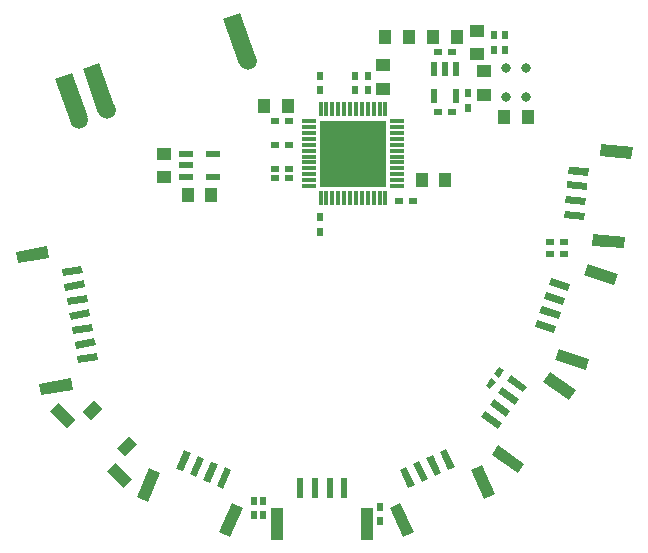
<source format=gbr>
G04 #@! TF.FileFunction,Paste,Bot*
%FSLAX46Y46*%
G04 Gerber Fmt 4.6, Leading zero omitted, Abs format (unit mm)*
G04 Created by KiCad (PCBNEW 4.0.5-e0-6337~49~ubuntu14.04.1) date Fri Jun 23 15:22:33 2017*
%MOMM*%
%LPD*%
G01*
G04 APERTURE LIST*
%ADD10C,0.100000*%
%ADD11C,0.800000*%
%ADD12R,0.600000X1.700000*%
%ADD13R,1.000000X2.700000*%
%ADD14C,1.500000*%
%ADD15R,1.200000X1.000000*%
%ADD16R,1.000000X1.200000*%
%ADD17R,0.800000X0.500000*%
%ADD18R,0.500000X0.800000*%
%ADD19R,0.600000X1.200000*%
%ADD20R,1.200000X0.600000*%
%ADD21R,5.600000X5.600000*%
%ADD22R,0.300000X1.250000*%
%ADD23R,1.250000X0.300000*%
G04 APERTURE END LIST*
D10*
D11*
X151150000Y-67230000D03*
X149450000Y-67230000D03*
X151150000Y-64770000D03*
X149450000Y-64770000D03*
D12*
X133275000Y-100300000D03*
X132025000Y-100300000D03*
X134525000Y-100300000D03*
X135775000Y-100300000D03*
D13*
X130100000Y-103350000D03*
X137700000Y-103350000D03*
D10*
G36*
X148424750Y-92803604D02*
X149817308Y-93778684D01*
X149473162Y-94270176D01*
X148080604Y-93295096D01*
X148424750Y-92803604D01*
X148424750Y-92803604D01*
G37*
G36*
X147707780Y-93827544D02*
X149100338Y-94802624D01*
X148756192Y-95294116D01*
X147363634Y-94319036D01*
X147707780Y-93827544D01*
X147707780Y-93827544D01*
G37*
G36*
X149141721Y-91779664D02*
X150534279Y-92754744D01*
X150190133Y-93246236D01*
X148797575Y-92271156D01*
X149141721Y-91779664D01*
X149141721Y-91779664D01*
G37*
G36*
X149858691Y-90755724D02*
X151251249Y-91730804D01*
X150907103Y-92222296D01*
X149514545Y-91247216D01*
X149858691Y-90755724D01*
X149858691Y-90755724D01*
G37*
G36*
X148807198Y-96703202D02*
X151018908Y-98251858D01*
X150445332Y-99071010D01*
X148233622Y-97522354D01*
X148807198Y-96703202D01*
X148807198Y-96703202D01*
G37*
G36*
X153166379Y-90477646D02*
X155378089Y-92026302D01*
X154804513Y-92845454D01*
X152592803Y-91296798D01*
X153166379Y-90477646D01*
X153166379Y-90477646D01*
G37*
G36*
X112610633Y-69435638D02*
X111275405Y-65665072D01*
X112689367Y-65164362D01*
X114024595Y-68934928D01*
X112610633Y-69435638D01*
X112610633Y-69435638D01*
G37*
D14*
X113317614Y-69185283D03*
D10*
G36*
X114943019Y-68600355D02*
X113607791Y-64829789D01*
X115021753Y-64329079D01*
X116356981Y-68099645D01*
X114943019Y-68600355D01*
X114943019Y-68600355D01*
G37*
D14*
X115650000Y-68350000D03*
D15*
X147600000Y-67000000D03*
X147600000Y-65000000D03*
D16*
X149300000Y-68900000D03*
X151300000Y-68900000D03*
X143300000Y-62100000D03*
X145300000Y-62100000D03*
D15*
X147000000Y-63600000D03*
X147000000Y-61600000D03*
D17*
X143700000Y-63400000D03*
X144900000Y-63400000D03*
D15*
X120500000Y-74000000D03*
X120500000Y-72000000D03*
D16*
X124500000Y-75500000D03*
X122500000Y-75500000D03*
X142300000Y-74200000D03*
X144300000Y-74200000D03*
D17*
X140400000Y-76000000D03*
X141600000Y-76000000D03*
D15*
X139000000Y-64500000D03*
X139000000Y-66500000D03*
D18*
X137800000Y-65400000D03*
X137800000Y-66600000D03*
X133700000Y-77400000D03*
X133700000Y-78600000D03*
D17*
X131100000Y-69200000D03*
X129900000Y-69200000D03*
D16*
X131000000Y-68000000D03*
X129000000Y-68000000D03*
D10*
G36*
X154531378Y-75601516D02*
X156224909Y-75749681D01*
X156172616Y-76347398D01*
X154479085Y-76199233D01*
X154531378Y-75601516D01*
X154531378Y-75601516D01*
G37*
G36*
X154422433Y-76846759D02*
X156115964Y-76994924D01*
X156063671Y-77592641D01*
X154370140Y-77444476D01*
X154422433Y-76846759D01*
X154422433Y-76846759D01*
G37*
G36*
X154640322Y-74356273D02*
X156333853Y-74504438D01*
X156281560Y-75102155D01*
X154588029Y-74953990D01*
X154640322Y-74356273D01*
X154640322Y-74356273D01*
G37*
G36*
X154749267Y-73111029D02*
X156442798Y-73259194D01*
X156390505Y-73856911D01*
X154696974Y-73708746D01*
X154749267Y-73111029D01*
X154749267Y-73111029D01*
G37*
G36*
X156812386Y-78787442D02*
X159502112Y-79022763D01*
X159414956Y-80018958D01*
X156725230Y-79783637D01*
X156812386Y-78787442D01*
X156812386Y-78787442D01*
G37*
G36*
X157474770Y-71216362D02*
X160164496Y-71451683D01*
X160077340Y-72447878D01*
X157387614Y-72212557D01*
X157474770Y-71216362D01*
X157474770Y-71216362D01*
G37*
G36*
X152478650Y-84899078D02*
X154090801Y-85438496D01*
X153900418Y-86007490D01*
X152288267Y-85468072D01*
X152478650Y-84899078D01*
X152478650Y-84899078D01*
G37*
G36*
X152082020Y-86084483D02*
X153694171Y-86623901D01*
X153503788Y-87192895D01*
X151891637Y-86653477D01*
X152082020Y-86084483D01*
X152082020Y-86084483D01*
G37*
G36*
X152875281Y-83713674D02*
X154487432Y-84253092D01*
X154297049Y-84822086D01*
X152684898Y-84282668D01*
X152875281Y-83713674D01*
X152875281Y-83713674D01*
G37*
G36*
X153271912Y-82528269D02*
X154884063Y-83067687D01*
X154693680Y-83636681D01*
X153081529Y-83097263D01*
X153271912Y-82528269D01*
X153271912Y-82528269D01*
G37*
G36*
X153952894Y-88529468D02*
X156513368Y-89386190D01*
X156196064Y-90334514D01*
X153635590Y-89477792D01*
X153952894Y-88529468D01*
X153952894Y-88529468D01*
G37*
G36*
X156364410Y-81322208D02*
X158924884Y-82178930D01*
X158607580Y-83127254D01*
X156047106Y-82270532D01*
X156364410Y-81322208D01*
X156364410Y-81322208D01*
G37*
G36*
X142127774Y-98026266D02*
X142846225Y-99566989D01*
X142302440Y-99820560D01*
X141583989Y-98279837D01*
X142127774Y-98026266D01*
X142127774Y-98026266D01*
G37*
G36*
X140994889Y-98554539D02*
X141713340Y-100095262D01*
X141169555Y-100348833D01*
X140451104Y-98808110D01*
X140994889Y-98554539D01*
X140994889Y-98554539D01*
G37*
G36*
X143260658Y-97497993D02*
X143979109Y-99038716D01*
X143435324Y-99292287D01*
X142716873Y-97751564D01*
X143260658Y-97497993D01*
X143260658Y-97497993D01*
G37*
G36*
X144393543Y-96969721D02*
X145111994Y-98510444D01*
X144568209Y-98764015D01*
X143849758Y-97223292D01*
X144393543Y-96969721D01*
X144393543Y-96969721D01*
G37*
G36*
X140509184Y-101594640D02*
X141650254Y-104041671D01*
X140743946Y-104464290D01*
X139602876Y-102017259D01*
X140509184Y-101594640D01*
X140509184Y-101594640D01*
G37*
G36*
X147397123Y-98382741D02*
X148538193Y-100829772D01*
X147631885Y-101252391D01*
X146490815Y-98805360D01*
X147397123Y-98382741D01*
X147397123Y-98382741D01*
G37*
G36*
X123897200Y-97825725D02*
X123232957Y-99390583D01*
X122680654Y-99156145D01*
X123344897Y-97591287D01*
X123897200Y-97825725D01*
X123897200Y-97825725D01*
G37*
G36*
X122746569Y-97337311D02*
X122082326Y-98902169D01*
X121530023Y-98667731D01*
X122194266Y-97102873D01*
X122746569Y-97337311D01*
X122746569Y-97337311D01*
G37*
G36*
X125047831Y-98314139D02*
X124383588Y-99878997D01*
X123831285Y-99644559D01*
X124495528Y-98079701D01*
X125047831Y-98314139D01*
X125047831Y-98314139D01*
G37*
G36*
X126198463Y-98802553D02*
X125534220Y-100367411D01*
X124981917Y-100132973D01*
X125646160Y-98568115D01*
X126198463Y-98802553D01*
X126198463Y-98802553D01*
G37*
G36*
X120162334Y-99010587D02*
X119107360Y-101495950D01*
X118186856Y-101105219D01*
X119241830Y-98619856D01*
X120162334Y-99010587D01*
X120162334Y-99010587D01*
G37*
G36*
X127158170Y-101980144D02*
X126103196Y-104465507D01*
X125182692Y-104074776D01*
X126237666Y-101589413D01*
X127158170Y-101980144D01*
X127158170Y-101980144D01*
G37*
G36*
X114481934Y-87001014D02*
X112807761Y-87296216D01*
X112703572Y-86705332D01*
X114377745Y-86410130D01*
X114481934Y-87001014D01*
X114481934Y-87001014D01*
G37*
G36*
X114264873Y-85770004D02*
X112590700Y-86065206D01*
X112486511Y-85474322D01*
X114160684Y-85179120D01*
X114264873Y-85770004D01*
X114264873Y-85770004D01*
G37*
G36*
X114698994Y-88232023D02*
X113024821Y-88527225D01*
X112920632Y-87936341D01*
X114594805Y-87641139D01*
X114698994Y-88232023D01*
X114698994Y-88232023D01*
G37*
G36*
X114916054Y-89463033D02*
X113241881Y-89758235D01*
X113137692Y-89167351D01*
X114811865Y-88872149D01*
X114916054Y-89463033D01*
X114916054Y-89463033D01*
G37*
G36*
X110802890Y-80820985D02*
X108143909Y-81289835D01*
X107970260Y-80305027D01*
X110629241Y-79836177D01*
X110802890Y-80820985D01*
X110802890Y-80820985D01*
G37*
G36*
X112773797Y-91998553D02*
X110114816Y-92467403D01*
X109941167Y-91482595D01*
X112600148Y-91013745D01*
X112773797Y-91998553D01*
X112773797Y-91998553D01*
G37*
G36*
X113943624Y-83948110D02*
X114047813Y-84538994D01*
X112373640Y-84834196D01*
X112269451Y-84243312D01*
X113943624Y-83948110D01*
X113943624Y-83948110D01*
G37*
G36*
X113726564Y-82717101D02*
X113830753Y-83307985D01*
X112156580Y-83603187D01*
X112052391Y-83012303D01*
X113726564Y-82717101D01*
X113726564Y-82717101D01*
G37*
G36*
X113509504Y-81486091D02*
X113613693Y-82076975D01*
X111939520Y-82372177D01*
X111835331Y-81781293D01*
X113509504Y-81486091D01*
X113509504Y-81486091D01*
G37*
D18*
X149400000Y-63200000D03*
X149400000Y-62000000D03*
X148400000Y-63200000D03*
X148400000Y-62000000D03*
X146200000Y-66900000D03*
X146200000Y-68100000D03*
D17*
X144900000Y-68500000D03*
X143700000Y-68500000D03*
X153150000Y-79500000D03*
X154350000Y-79500000D03*
X153150000Y-80500000D03*
X154350000Y-80500000D03*
D10*
G36*
X148868789Y-90037454D02*
X149278365Y-90324242D01*
X148819503Y-90979564D01*
X148409927Y-90692776D01*
X148868789Y-90037454D01*
X148868789Y-90037454D01*
G37*
G36*
X148180497Y-91020436D02*
X148590073Y-91307224D01*
X148131211Y-91962546D01*
X147721635Y-91675758D01*
X148180497Y-91020436D01*
X148180497Y-91020436D01*
G37*
D18*
X138750000Y-101900000D03*
X138750000Y-103100000D03*
X128900000Y-101400000D03*
X128900000Y-102600000D03*
X128100000Y-101400000D03*
X128100000Y-102600000D03*
D17*
X129900000Y-71250000D03*
X131100000Y-71250000D03*
X131100000Y-74100000D03*
X129900000Y-74100000D03*
X131100000Y-73300000D03*
X129900000Y-73300000D03*
D10*
G36*
X118186589Y-96650188D02*
X117171065Y-97613884D01*
X116482711Y-96888510D01*
X117498235Y-95924814D01*
X118186589Y-96650188D01*
X118186589Y-96650188D01*
G37*
G36*
X115295500Y-93603616D02*
X114279976Y-94567312D01*
X113591622Y-93841938D01*
X114607146Y-92878242D01*
X115295500Y-93603616D01*
X115295500Y-93603616D01*
G37*
G36*
X117789834Y-99646033D02*
X117064459Y-100334388D01*
X115687750Y-98883639D01*
X116413125Y-98195284D01*
X117789834Y-99646033D01*
X117789834Y-99646033D01*
G37*
G36*
X112971352Y-94568412D02*
X112245977Y-95256767D01*
X110869268Y-93806018D01*
X111594643Y-93117663D01*
X112971352Y-94568412D01*
X112971352Y-94568412D01*
G37*
D19*
X144300000Y-64850000D03*
X143350000Y-64850000D03*
X145250000Y-64850000D03*
X145250000Y-67150000D03*
X143350000Y-67150000D03*
D20*
X122350000Y-73000000D03*
X122350000Y-73950000D03*
X122350000Y-72050000D03*
X124650000Y-72050000D03*
X124650000Y-73950000D03*
D21*
X136500000Y-72000000D03*
D22*
X133750000Y-68250000D03*
X134250000Y-68250000D03*
X134750000Y-68250000D03*
X135250000Y-68250000D03*
X135750000Y-68250000D03*
X136250000Y-68250000D03*
X136750000Y-68250000D03*
X137250000Y-68250000D03*
X137750000Y-68250000D03*
X138250000Y-68250000D03*
X138750000Y-68250000D03*
X139250000Y-68250000D03*
D23*
X140250000Y-69250000D03*
X140250000Y-69750000D03*
X140250000Y-70250000D03*
X140250000Y-70750000D03*
X140250000Y-71250000D03*
X140250000Y-71750000D03*
X140250000Y-72250000D03*
X140250000Y-72750000D03*
X140250000Y-73250000D03*
X140250000Y-73750000D03*
X140250000Y-74250000D03*
X140250000Y-74750000D03*
D22*
X139250000Y-75750000D03*
X138750000Y-75750000D03*
X138250000Y-75750000D03*
X137750000Y-75750000D03*
X137250000Y-75750000D03*
X136750000Y-75750000D03*
X136250000Y-75750000D03*
X135750000Y-75750000D03*
X135250000Y-75750000D03*
X134750000Y-75750000D03*
X134250000Y-75750000D03*
X133750000Y-75750000D03*
D23*
X132750000Y-74750000D03*
X132750000Y-74250000D03*
X132750000Y-73750000D03*
X132750000Y-73250000D03*
X132750000Y-72750000D03*
X132750000Y-72250000D03*
X132750000Y-71750000D03*
X132750000Y-71250000D03*
X132750000Y-70750000D03*
X132750000Y-70250000D03*
X132750000Y-69750000D03*
X132750000Y-69250000D03*
D10*
G36*
X126860633Y-64385638D02*
X125525405Y-60615072D01*
X126939367Y-60114362D01*
X128274595Y-63884928D01*
X126860633Y-64385638D01*
X126860633Y-64385638D01*
G37*
D14*
X127567614Y-64135283D03*
D18*
X133700000Y-65400000D03*
X133700000Y-66600000D03*
X136700000Y-66600000D03*
X136700000Y-65400000D03*
D16*
X141200000Y-62100000D03*
X139200000Y-62100000D03*
M02*

</source>
